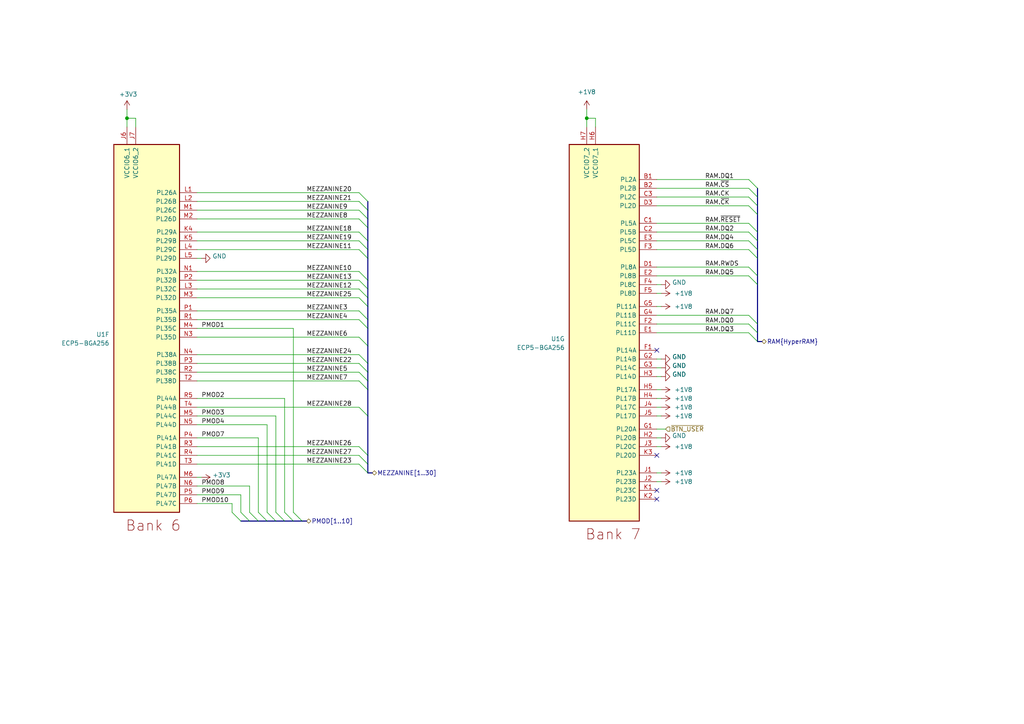
<source format=kicad_sch>
(kicad_sch (version 20230121) (generator eeschema)
  (paper "A4")
  (title_block (title "URTI Mainboard") (date "${DATE}") (rev "${VERSION}") (company "Copyright 2023 Great Scott Gadgets") (comment 1 "Licensed under the CERN-OHL-P v2"))
  (lib_symbols
    (symbol "fpgas_and_processors:ECP5-BGA256" (pin_names (offset 0.762))
      (property "Reference" "U" (at -2.54 1.27 0))
      (property "Value" "ECP5-BGA256" (at 10.16 1.27 0))
      (symbol "ECP5-BGA256_1_0"
        (rectangle (start 5.08 0) (end 33.02 -71.12) (stroke (width 0.3048)) (fill (type background)))
      )
      (symbol "ECP5-BGA256_1_1"
        (text "FPGA Supplies" (at 19.05 -76.2 0) (effects (font (size 2.9972 2.9972))))
        (pin power_in line (at 38.1 -2.54 180) (length 5.08) (name "GND_1") (number "A1"))
        (pin power_in line (at 38.1 -5.08 180) (length 5.08) (name "GND_2") (number "A16"))
        (pin power_in line (at 38.1 -10.16 180) (length 5.08) (name "GND_4") (number "D15"))
        (pin power_in line (at 38.1 -7.62 180) (length 5.08) (name "GND_3") (number "D2"))
        (pin power_in line (at 38.1 -12.7 180) (length 5.08) (name "GND_5") (number "F8"))
        (pin power_in line (at 38.1 -15.24 180) (length 5.08) (name "GND_6") (number "F9"))
        (pin power_in line (at 38.1 -20.32 180) (length 5.08) (name "GND_8") (number "G10"))
        (pin power_in line (at 0 -66.04 0) (length 5.08) (name "VCCAUX_1") (number "G11"))
        (pin power_in line (at 0 -2.54 0) (length 5.08) (name "VCC_1") (number "G6"))
        (pin power_in line (at 0 -5.08 0) (length 5.08) (name "VCC_2") (number "G7"))
        (pin power_in line (at 38.1 -17.78 180) (length 5.08) (name "GND_7") (number "G8"))
        (pin power_in line (at 0 -7.62 0) (length 5.08) (name "VCC_3") (number "G9"))
        (pin power_in line (at 38.1 -22.86 180) (length 5.08) (name "GND_9") (number "H1"))
        (pin power_in line (at 38.1 -30.48 180) (length 5.08) (name "GND_12") (number "H10"))
        (pin power_in line (at 38.1 -33.02 180) (length 5.08) (name "GND_13") (number "H16"))
        (pin power_in line (at 38.1 -25.4 180) (length 5.08) (name "GND_10") (number "H8"))
        (pin power_in line (at 38.1 -27.94 180) (length 5.08) (name "GND_11") (number "H9"))
        (pin power_in line (at 38.1 -40.64 180) (length 5.08) (name "GND_16") (number "J10"))
        (pin power_in line (at 38.1 -35.56 180) (length 5.08) (name "GND_14") (number "J8"))
        (pin power_in line (at 38.1 -38.1 180) (length 5.08) (name "GND_15") (number "J9"))
        (pin power_in line (at 38.1 -53.34 180) (length 5.08) (name "GND_21") (number "K10"))
        (pin power_in line (at 38.1 -43.18 180) (length 5.08) (name "GND_17") (number "K6"))
        (pin power_in line (at 38.1 -45.72 180) (length 5.08) (name "GND_18") (number "K7"))
        (pin power_in line (at 38.1 -48.26 180) (length 5.08) (name "GND_19") (number "K8"))
        (pin power_in line (at 38.1 -50.8 180) (length 5.08) (name "GND_20") (number "K9"))
        (pin power_in line (at 0 -15.24 0) (length 5.08) (name "VCC_6") (number "L10"))
        (pin power_in line (at 0 -68.58 0) (length 5.08) (name "VCCAUX_2") (number "L7"))
        (pin power_in line (at 0 -10.16 0) (length 5.08) (name "VCC_4") (number "L8"))
        (pin power_in line (at 0 -12.7 0) (length 5.08) (name "VCC_5") (number "L9"))
        (pin power_in line (at 38.1 -58.42 180) (length 5.08) (name "GND_23") (number "N15"))
        (pin power_in line (at 38.1 -55.88 180) (length 5.08) (name "GND_22") (number "N2"))
        (pin power_in line (at 38.1 -60.96 180) (length 5.08) (name "GND_24") (number "T1"))
        (pin power_in line (at 38.1 -66.04 180) (length 5.08) (name "GND_26") (number "T12"))
        (pin power_in line (at 38.1 -68.58 180) (length 5.08) (name "GND_27") (number "T16"))
        (pin power_in line (at 38.1 -63.5 180) (length 5.08) (name "GND_25") (number "T5"))
      )
      (symbol "ECP5-BGA256_2_1"
        (rectangle (start 0 0) (end 19.05 -74.93) (stroke (width 0.3048)) (fill (type background)))
        (text "Bank 0" (at 10.16 -78.74 0) (effects (font (size 2.9972 2.9972))))
        (pin bidirectional line (at 24.13 -11.43 180) (length 5.08) (name "PT4A") (number "A2"))
        (pin bidirectional line (at 24.13 -16.51 180) (length 5.08) (name "PT6A") (number "A3"))
        (pin bidirectional line (at 24.13 -19.05 180) (length 5.08) (name "PT6B") (number "A4"))
        (pin bidirectional line (at 24.13 -43.18 180) (length 5.08) (name "PT18A") (number "A5"))
        (pin bidirectional line (at 24.13 -45.72 180) (length 5.08) (name "PT18B") (number "A6"))
        (pin bidirectional line (at 24.13 -68.58 180) (length 5.08) (name "PT29A") (number "A7"))
        (pin bidirectional line (at 24.13 -71.12 180) (length 5.08) (name "PT29B") (number "A8"))
        (pin bidirectional line (at 24.13 -13.97 180) (length 5.08) (name "PT4B") (number "B3"))
        (pin bidirectional line (at 24.13 -29.21 180) (length 5.08) (name "PT11B") (number "B4"))
        (pin bidirectional line (at 24.13 -39.37 180) (length 5.08) (name "PT15B") (number "B5"))
        (pin bidirectional line (at 24.13 -55.88 180) (length 5.08) (name "PT22B") (number "B6"))
        (pin bidirectional line (at 24.13 -66.04 180) (length 5.08) (name "PT27B") (number "B7"))
        (pin bidirectional line (at 24.13 -26.67 180) (length 5.08) (name "PT11A") (number "C4"))
        (pin bidirectional line (at 24.13 -36.83 180) (length 5.08) (name "PT15A") (number "C5"))
        (pin bidirectional line (at 24.13 -53.34 180) (length 5.08) (name "PT22A") (number "C6"))
        (pin bidirectional line (at 24.13 -63.5 180) (length 5.08) (name "PT27A") (number "C7"))
        (pin bidirectional line (at 24.13 -24.13 180) (length 5.08) (name "PT9B") (number "D4"))
        (pin bidirectional line (at 24.13 -34.29 180) (length 5.08) (name "PT13B") (number "D5"))
        (pin bidirectional line (at 24.13 -50.8 180) (length 5.08) (name "PT20B") (number "D6"))
        (pin bidirectional line (at 24.13 -60.96 180) (length 5.08) (name "PT24B") (number "D7"))
        (pin bidirectional line (at 24.13 -21.59 180) (length 5.08) (name "PT9A") (number "E4"))
        (pin bidirectional line (at 24.13 -31.75 180) (length 5.08) (name "PT13A") (number "E5"))
        (pin bidirectional line (at 24.13 -48.26 180) (length 5.08) (name "PT20A") (number "E6"))
        (pin bidirectional line (at 24.13 -58.42 180) (length 5.08) (name "PT24A") (number "E7"))
        (pin power_in line (at 7.62 5.08 270) (length 5.08) (name "VCCIO0_1") (number "F6"))
        (pin power_in line (at 5.08 5.08 270) (length 5.08) (name "VCCIO0_2") (number "F7"))
      )
      (symbol "ECP5-BGA256_3_0"
        (rectangle (start 0 0) (end 21.59 -93.98) (stroke (width 0.3048)) (fill (type background)))
      )
      (symbol "ECP5-BGA256_3_1"
        (text "Bank 1" (at 8.89 -96.52 0) (effects (font (size 2.9972 2.9972))))
        (pin bidirectional line (at 26.67 -34.29 180) (length 5.08) (name "PT42B") (number "A10"))
        (pin bidirectional line (at 26.67 -57.15 180) (length 5.08) (name "PT53A") (number "A11"))
        (pin bidirectional line (at 26.67 -59.69 180) (length 5.08) (name "PT53B") (number "A12"))
        (pin bidirectional line (at 26.67 -82.55 180) (length 5.08) (name "PT65A") (number "A13"))
        (pin bidirectional line (at 26.67 -85.09 180) (length 5.08) (name "PT65B") (number "A14"))
        (pin bidirectional line (at 26.67 -90.17 180) (length 5.08) (name "PT67B") (number "A15"))
        (pin bidirectional line (at 26.67 -31.75 180) (length 5.08) (name "PT42A") (number "A9"))
        (pin bidirectional line (at 26.67 -36.83 180) (length 5.08) (name "PT44A") (number "B10"))
        (pin bidirectional line (at 26.67 -46.99 180) (length 5.08) (name "PT49A") (number "B11"))
        (pin bidirectional line (at 26.67 -62.23 180) (length 5.08) (name "PT56A") (number "B12"))
        (pin bidirectional line (at 26.67 -72.39 180) (length 5.08) (name "PT60A") (number "B13"))
        (pin bidirectional line (at 26.67 -87.63 180) (length 5.08) (name "PT67A") (number "B14"))
        (pin bidirectional line (at 26.67 -19.05 180) (length 5.08) (name "PT35B") (number "B8"))
        (pin bidirectional line (at 26.67 -21.59 180) (length 5.08) (name "PT38A") (number "B9"))
        (pin bidirectional line (at 26.67 -39.37 180) (length 5.08) (name "PT44B") (number "C10"))
        (pin bidirectional line (at 26.67 -49.53 180) (length 5.08) (name "PT49B") (number "C11"))
        (pin bidirectional line (at 26.67 -64.77 180) (length 5.08) (name "PT56B") (number "C12"))
        (pin bidirectional line (at 26.67 -74.93 180) (length 5.08) (name "PT60B") (number "C13"))
        (pin bidirectional line (at 26.67 -16.51 180) (length 5.08) (name "PT35A") (number "C8"))
        (pin bidirectional line (at 26.67 -24.13 180) (length 5.08) (name "PT38B") (number "C9"))
        (pin bidirectional line (at 26.67 -41.91 180) (length 5.08) (name "PT47A") (number "D10"))
        (pin bidirectional line (at 26.67 -52.07 180) (length 5.08) (name "PT51A") (number "D11"))
        (pin bidirectional line (at 26.67 -67.31 180) (length 5.08) (name "PT58A") (number "D12"))
        (pin bidirectional line (at 26.67 -77.47 180) (length 5.08) (name "PT62A") (number "D13"))
        (pin bidirectional line (at 26.67 -13.97 180) (length 5.08) (name "PT33B") (number "D8"))
        (pin bidirectional line (at 26.67 -26.67 180) (length 5.08) (name "PT40A") (number "D9"))
        (pin bidirectional line (at 26.67 -44.45 180) (length 5.08) (name "PT47B") (number "E10"))
        (pin bidirectional line (at 26.67 -54.61 180) (length 5.08) (name "PT51B") (number "E11"))
        (pin bidirectional line (at 26.67 -69.85 180) (length 5.08) (name "PT58B") (number "E12"))
        (pin bidirectional line (at 26.67 -80.01 180) (length 5.08) (name "PT62B") (number "E13"))
        (pin bidirectional line (at 26.67 -11.43 180) (length 5.08) (name "PT33A") (number "E8"))
        (pin bidirectional line (at 26.67 -29.21 180) (length 5.08) (name "PT40B") (number "E9"))
        (pin power_in line (at 6.35 5.08 270) (length 5.08) (name "VCCIO1_1") (number "F10"))
        (pin power_in line (at 3.81 5.08 270) (length 5.08) (name "VCCIO1_2") (number "F11"))
      )
      (symbol "ECP5-BGA256_4_1"
        (rectangle (start 0 0) (end 19.05 -93.98) (stroke (width 0.3048)) (fill (type background)))
        (text "Bank 2" (at 10.16 -97.79 0) (effects (font (size 2.9972 2.9972))))
        (pin bidirectional line (at 24.13 -13.97 180) (length 5.08) (name "PR2B") (number "B15"))
        (pin bidirectional line (at 24.13 -11.43 180) (length 5.08) (name "PR2A") (number "B16"))
        (pin bidirectional line (at 24.13 -16.51 180) (length 5.08) (name "PR2C") (number "C14"))
        (pin bidirectional line (at 24.13 -24.13 180) (length 5.08) (name "PR5B") (number "C15"))
        (pin bidirectional line (at 24.13 -21.59 180) (length 5.08) (name "PR5A") (number "C16"))
        (pin bidirectional line (at 24.13 -19.05 180) (length 5.08) (name "PR2D") (number "D14"))
        (pin bidirectional line (at 24.13 -31.75 180) (length 5.08) (name "PR8A") (number "D16"))
        (pin bidirectional line (at 24.13 -26.67 180) (length 5.08) (name "PR5C") (number "E14"))
        (pin bidirectional line (at 24.13 -34.29 180) (length 5.08) (name "PR8B") (number "E15"))
        (pin bidirectional line (at 24.13 -49.53 180) (length 5.08) (name "PR11D") (number "E16"))
        (pin bidirectional line (at 24.13 -39.37 180) (length 5.08) (name "PR8D") (number "F12"))
        (pin bidirectional line (at 24.13 -36.83 180) (length 5.08) (name "PR8C") (number "F13"))
        (pin bidirectional line (at 24.13 -29.21 180) (length 5.08) (name "PR5D") (number "F14"))
        (pin bidirectional line (at 24.13 -46.99 180) (length 5.08) (name "PR11C") (number "F15"))
        (pin bidirectional line (at 24.13 -52.07 180) (length 5.08) (name "PR14A") (number "F16"))
        (pin bidirectional line (at 24.13 -41.91 180) (length 5.08) (name "PR11A") (number "G12"))
        (pin bidirectional line (at 24.13 -44.45 180) (length 5.08) (name "PR11B") (number "G13"))
        (pin bidirectional line (at 24.13 -57.15 180) (length 5.08) (name "PR14C") (number "G14"))
        (pin bidirectional line (at 24.13 -54.61 180) (length 5.08) (name "PR14B") (number "G15"))
        (pin bidirectional line (at 24.13 -72.39 180) (length 5.08) (name "PR20A") (number "G16"))
        (pin power_in line (at 3.81 5.08 270) (length 5.08) (name "VCCIO2_1") (number "H11"))
        (pin bidirectional line (at 24.13 -62.23 180) (length 5.08) (name "PR17A") (number "H12"))
        (pin bidirectional line (at 24.13 -64.77 180) (length 5.08) (name "PR17B") (number "H13"))
        (pin bidirectional line (at 24.13 -59.69 180) (length 5.08) (name "PR14D") (number "H14"))
        (pin bidirectional line (at 24.13 -74.93 180) (length 5.08) (name "PR20B") (number "H15"))
        (pin power_in line (at 6.35 5.08 270) (length 5.08) (name "VCCIO2_2") (number "J11"))
        (pin bidirectional line (at 24.13 -69.85 180) (length 5.08) (name "PR17D") (number "J12"))
        (pin bidirectional line (at 24.13 -67.31 180) (length 5.08) (name "PR17C") (number "J13"))
        (pin bidirectional line (at 24.13 -77.47 180) (length 5.08) (name "PR20C") (number "J14"))
        (pin bidirectional line (at 24.13 -85.09 180) (length 5.08) (name "PR23B") (number "J15"))
        (pin bidirectional line (at 24.13 -82.55 180) (length 5.08) (name "PR23A") (number "J16"))
        (pin bidirectional line (at 24.13 -80.01 180) (length 5.08) (name "PR20D") (number "K14"))
        (pin bidirectional line (at 24.13 -90.17 180) (length 5.08) (name "PR23D") (number "K15"))
        (pin bidirectional line (at 24.13 -87.63 180) (length 5.08) (name "PR23C") (number "K16"))
      )
      (symbol "ECP5-BGA256_5_0"
        (rectangle (start 0 0) (end 20.32 -91.44) (stroke (width 0.3048)) (fill (type background)))
      )
      (symbol "ECP5-BGA256_5_1"
        (text "Bank 3" (at 15.24 -96.52 0) (effects (font (size 2.9972 2.9972))))
        (pin power_in line (at 3.81 5.08 270) (length 5.08) (name "VCCIO3_1") (number "K11"))
        (pin bidirectional line (at 25.4 -22.86 180) (length 5.08) (name "PR29B") (number "K12"))
        (pin bidirectional line (at 25.4 -20.32 180) (length 5.08) (name "PR29A") (number "K13"))
        (pin power_in line (at 6.35 5.08 270) (length 5.08) (name "VCCIO3_2") (number "L11"))
        (pin bidirectional line (at 25.4 -27.94 180) (length 5.08) (name "PR29D") (number "L12"))
        (pin bidirectional line (at 25.4 -25.4 180) (length 5.08) (name "PR29C") (number "L13"))
        (pin bidirectional line (at 25.4 -35.56 180) (length 5.08) (name "PR32C") (number "L14"))
        (pin bidirectional line (at 25.4 -12.7 180) (length 5.08) (name "PR26B") (number "L15"))
        (pin bidirectional line (at 25.4 -10.16 180) (length 5.08) (name "PR26A") (number "L16"))
        (pin bidirectional line (at 25.4 -81.28 180) (length 5.08) (name "PR47A") (number "M11"))
        (pin bidirectional line (at 25.4 -76.2 180) (length 5.08) (name "PR44C") (number "M12"))
        (pin bidirectional line (at 25.4 -45.72 180) (length 5.08) (name "PR35C") (number "M13"))
        (pin bidirectional line (at 25.4 -38.1 180) (length 5.08) (name "PR32D") (number "M14"))
        (pin bidirectional line (at 25.4 -17.78 180) (length 5.08) (name "PR26D") (number "M15"))
        (pin bidirectional line (at 25.4 -15.24 180) (length 5.08) (name "PR26C") (number "M16"))
        (pin bidirectional line (at 25.4 -83.82 180) (length 5.08) (name "PR47B") (number "N11"))
        (pin bidirectional line (at 25.4 -78.74 180) (length 5.08) (name "PR44D") (number "N12"))
        (pin bidirectional line (at 25.4 -50.8 180) (length 5.08) (name "PR38A") (number "N13"))
        (pin bidirectional line (at 25.4 -48.26 180) (length 5.08) (name "PR35D") (number "N14"))
        (pin bidirectional line (at 25.4 -30.48 180) (length 5.08) (name "PR32A") (number "N16"))
        (pin bidirectional line (at 25.4 -86.36 180) (length 5.08) (name "PR47C") (number "P11"))
        (pin bidirectional line (at 25.4 -88.9 180) (length 5.08) (name "PR47D") (number "P12"))
        (pin bidirectional line (at 25.4 -60.96 180) (length 5.08) (name "PR41A") (number "P13"))
        (pin bidirectional line (at 25.4 -53.34 180) (length 5.08) (name "PR38B") (number "P14"))
        (pin bidirectional line (at 25.4 -33.02 180) (length 5.08) (name "PR32B") (number "P15"))
        (pin bidirectional line (at 25.4 -40.64 180) (length 5.08) (name "PR35A") (number "P16"))
        (pin bidirectional line (at 25.4 -71.12 180) (length 5.08) (name "PR44A") (number "R12"))
        (pin bidirectional line (at 25.4 -66.04 180) (length 5.08) (name "PR41C") (number "R13"))
        (pin bidirectional line (at 25.4 -63.5 180) (length 5.08) (name "PR41B") (number "R14"))
        (pin bidirectional line (at 25.4 -55.88 180) (length 5.08) (name "PR38C") (number "R15"))
        (pin bidirectional line (at 25.4 -43.18 180) (length 5.08) (name "PR35B") (number "R16"))
        (pin bidirectional line (at 25.4 -73.66 180) (length 5.08) (name "PR44B") (number "T13"))
        (pin bidirectional line (at 25.4 -68.58 180) (length 5.08) (name "PR41D") (number "T14"))
        (pin bidirectional line (at 25.4 -58.42 180) (length 5.08) (name "PR38D") (number "T15"))
      )
      (symbol "ECP5-BGA256_6_1"
        (rectangle (start 0 0) (end 19.05 -106.68) (stroke (width 0.3048)) (fill (type background)))
        (text "Bank 6" (at 11.43 -110.49 0) (effects (font (size 2.9972 2.9972))))
        (pin power_in line (at 3.81 5.08 270) (length 5.08) (name "VCCIO6_1") (number "J6"))
        (pin power_in line (at 6.35 5.08 270) (length 5.08) (name "VCCIO6_2") (number "J7"))
        (pin bidirectional line (at 24.13 -25.4 180) (length 5.08) (name "PL29A") (number "K4"))
        (pin bidirectional line (at 24.13 -27.94 180) (length 5.08) (name "PL29B") (number "K5"))
        (pin bidirectional line (at 24.13 -13.97 180) (length 5.08) (name "PL26A") (number "L1"))
        (pin bidirectional line (at 24.13 -16.51 180) (length 5.08) (name "PL26B") (number "L2"))
        (pin bidirectional line (at 24.13 -41.91 180) (length 5.08) (name "PL32C") (number "L3"))
        (pin bidirectional line (at 24.13 -30.48 180) (length 5.08) (name "PL29C") (number "L4"))
        (pin bidirectional line (at 24.13 -33.02 180) (length 5.08) (name "PL29D") (number "L5"))
        (pin bidirectional line (at 24.13 -19.05 180) (length 5.08) (name "PL26C") (number "M1"))
        (pin bidirectional line (at 24.13 -21.59 180) (length 5.08) (name "PL26D") (number "M2"))
        (pin bidirectional line (at 24.13 -44.45 180) (length 5.08) (name "PL32D") (number "M3"))
        (pin bidirectional line (at 24.13 -53.34 180) (length 5.08) (name "PL35C") (number "M4"))
        (pin bidirectional line (at 24.13 -78.74 180) (length 5.08) (name "PL44C") (number "M5"))
        (pin bidirectional line (at 24.13 -96.52 180) (length 5.08) (name "PL47A") (number "M6"))
        (pin bidirectional line (at 24.13 -36.83 180) (length 5.08) (name "PL32A") (number "N1"))
        (pin bidirectional line (at 24.13 -55.88 180) (length 5.08) (name "PL35D") (number "N3"))
        (pin bidirectional line (at 24.13 -60.96 180) (length 5.08) (name "PL38A") (number "N4"))
        (pin bidirectional line (at 24.13 -81.28 180) (length 5.08) (name "PL44D") (number "N5"))
        (pin bidirectional line (at 24.13 -99.06 180) (length 5.08) (name "PL47B") (number "N6"))
        (pin bidirectional line (at 24.13 -48.26 180) (length 5.08) (name "PL35A") (number "P1"))
        (pin bidirectional line (at 24.13 -39.37 180) (length 5.08) (name "PL32B") (number "P2"))
        (pin bidirectional line (at 24.13 -63.5 180) (length 5.08) (name "PL38B") (number "P3"))
        (pin bidirectional line (at 24.13 -85.09 180) (length 5.08) (name "PL41A") (number "P4"))
        (pin bidirectional line (at 24.13 -101.6 180) (length 5.08) (name "PL47D") (number "P5"))
        (pin bidirectional line (at 24.13 -104.14 180) (length 5.08) (name "PL47C") (number "P6"))
        (pin bidirectional line (at 24.13 -50.8 180) (length 5.08) (name "PL35B") (number "R1"))
        (pin bidirectional line (at 24.13 -66.04 180) (length 5.08) (name "PL38C") (number "R2"))
        (pin bidirectional line (at 24.13 -87.63 180) (length 5.08) (name "PL41B") (number "R3"))
        (pin bidirectional line (at 24.13 -90.17 180) (length 5.08) (name "PL41C") (number "R4"))
        (pin bidirectional line (at 24.13 -73.66 180) (length 5.08) (name "PL44A") (number "R5"))
        (pin bidirectional line (at 24.13 -68.58 180) (length 5.08) (name "PL38D") (number "T2"))
        (pin bidirectional line (at 24.13 -92.71 180) (length 5.08) (name "PL41D") (number "T3"))
        (pin bidirectional line (at 24.13 -76.2 180) (length 5.08) (name "PL44B") (number "T4"))
      )
      (symbol "ECP5-BGA256_7_1"
        (rectangle (start 0 0) (end 20.32 -109.22) (stroke (width 0.3048)) (fill (type background)))
        (text "Bank 7" (at 12.7 -113.03 0) (effects (font (size 2.9972 2.9972))))
        (pin bidirectional line (at 25.4 -10.16 180) (length 5.08) (name "PL2A") (number "B1"))
        (pin bidirectional line (at 25.4 -12.7 180) (length 5.08) (name "PL2B") (number "B2"))
        (pin bidirectional line (at 25.4 -22.86 180) (length 5.08) (name "PL5A") (number "C1"))
        (pin bidirectional line (at 25.4 -25.4 180) (length 5.08) (name "PL5B") (number "C2"))
        (pin bidirectional line (at 25.4 -15.24 180) (length 5.08) (name "PL2C") (number "C3"))
        (pin bidirectional line (at 25.4 -35.56 180) (length 5.08) (name "PL8A") (number "D1"))
        (pin bidirectional line (at 25.4 -17.78 180) (length 5.08) (name "PL2D") (number "D3"))
        (pin bidirectional line (at 25.4 -54.61 180) (length 5.08) (name "PL11D") (number "E1"))
        (pin bidirectional line (at 25.4 -38.1 180) (length 5.08) (name "PL8B") (number "E2"))
        (pin bidirectional line (at 25.4 -27.94 180) (length 5.08) (name "PL5C") (number "E3"))
        (pin bidirectional line (at 25.4 -59.69 180) (length 5.08) (name "PL14A") (number "F1"))
        (pin bidirectional line (at 25.4 -52.07 180) (length 5.08) (name "PL11C") (number "F2"))
        (pin bidirectional line (at 25.4 -30.48 180) (length 5.08) (name "PL5D") (number "F3"))
        (pin bidirectional line (at 25.4 -40.64 180) (length 5.08) (name "PL8C") (number "F4"))
        (pin bidirectional line (at 25.4 -43.18 180) (length 5.08) (name "PL8D") (number "F5"))
        (pin bidirectional line (at 25.4 -82.55 180) (length 5.08) (name "PL20A") (number "G1"))
        (pin bidirectional line (at 25.4 -62.23 180) (length 5.08) (name "PL14B") (number "G2"))
        (pin bidirectional line (at 25.4 -64.77 180) (length 5.08) (name "PL14C") (number "G3"))
        (pin bidirectional line (at 25.4 -49.53 180) (length 5.08) (name "PL11B") (number "G4"))
        (pin bidirectional line (at 25.4 -46.99 180) (length 5.08) (name "PL11A") (number "G5"))
        (pin bidirectional line (at 25.4 -85.09 180) (length 5.08) (name "PL20B") (number "H2"))
        (pin bidirectional line (at 25.4 -67.31 180) (length 5.08) (name "PL14D") (number "H3"))
        (pin bidirectional line (at 25.4 -73.66 180) (length 5.08) (name "PL17B") (number "H4"))
        (pin bidirectional line (at 25.4 -71.12 180) (length 5.08) (name "PL17A") (number "H5"))
        (pin power_in line (at 7.62 5.08 270) (length 5.08) (name "VCCIO7_1") (number "H6"))
        (pin power_in line (at 5.08 5.08 270) (length 5.08) (name "VCCIO7_2") (number "H7"))
        (pin bidirectional line (at 25.4 -95.25 180) (length 5.08) (name "PL23A") (number "J1"))
        (pin bidirectional line (at 25.4 -97.79 180) (length 5.08) (name "PL23B") (number "J2"))
        (pin bidirectional line (at 25.4 -87.63 180) (length 5.08) (name "PL20C") (number "J3"))
        (pin bidirectional line (at 25.4 -76.2 180) (length 5.08) (name "PL17C") (number "J4"))
        (pin bidirectional line (at 25.4 -78.74 180) (length 5.08) (name "PL17D") (number "J5"))
        (pin bidirectional line (at 25.4 -100.33 180) (length 5.08) (name "PL23C") (number "K1"))
        (pin bidirectional line (at 25.4 -102.87 180) (length 5.08) (name "PL23D") (number "K2"))
        (pin bidirectional line (at 25.4 -90.17 180) (length 5.08) (name "PL20D") (number "K3"))
      )
      (symbol "ECP5-BGA256_8_0"
        (text "(Config)" (at 13.97 -97.79 0) (effects (font (size 2.9972 2.9972))))
        (text "Bank 8" (at 13.97 -92.71 0) (effects (font (size 2.9972 2.9972))))
      )
      (symbol "ECP5-BGA256_8_1"
        (rectangle (start 0 0) (end 21.59 -88.9) (stroke (width 0.3048)) (fill (type background)))
        (pin power_in line (at 5.08 5.08 270) (length 5.08) (name "VCCIO8") (number "L6"))
        (pin output line (at 26.67 -57.15 180) (length 5.08) (name "TDO") (number "M10"))
        (pin bidirectional line (at 26.67 -24.13 180) (length 5.08) (name "D2/PB9B") (number "M7"))
        (pin bidirectional line (at 26.67 -39.37 180) (length 5.08) (name "DOUT/CSON/PB15B") (number "M8"))
        (pin bidirectional line (at 26.67 -41.91 180) (length 5.08) (name "WRITEEN/PB18A") (number "M9"))
        (pin input line (at 26.67 -68.58 180) (length 5.08) (name "CFG_0") (number "N10"))
        (pin bidirectional line (at 26.67 -21.59 180) (length 5.08) (name "D3/PB9A") (number "N7"))
        (pin bidirectional line (at 26.67 -36.83 180) (length 5.08) (name "HOLDN/DI/PB15A") (number "N8"))
        (pin bidirectional line (at 26.67 -63.5 180) (length 5.08) (name "MCLK/SCLK/CCLK") (number "N9"))
        (pin input line (at 26.67 -71.12 180) (length 5.08) (name "CFG_1") (number "P10"))
        (pin bidirectional line (at 26.67 -19.05 180) (length 5.08) (name "D4/PICO2/PB6B") (number "P7"))
        (pin bidirectional line (at 26.67 -34.29 180) (length 5.08) (name "CS1N/PB13B") (number "P8"))
        (pin bidirectional line (at 26.67 -80.01 180) (length 5.08) (name "DONE") (number "P9"))
        (pin input line (at 26.67 -73.66 180) (length 5.08) (name "CFG_2") (number "R10"))
        (pin input line (at 26.67 -54.61 180) (length 5.08) (name "TDI") (number "R11"))
        (pin bidirectional line (at 26.67 -13.97 180) (length 5.08) (name "D6/PB4B") (number "R6"))
        (pin bidirectional line (at 26.67 -16.51 180) (length 5.08) (name "D5/POCI2/PB6A") (number "R7"))
        (pin bidirectional line (at 26.67 -31.75 180) (length 5.08) (name "SN/CSN/PB13A") (number "R8"))
        (pin bidirectional line (at 26.67 -85.09 180) (length 5.08) (name "PROGRAMN") (number "R9"))
        (pin input line (at 26.67 -52.07 180) (length 5.08) (name "TCK") (number "T10"))
        (pin input line (at 26.67 -49.53 180) (length 5.08) (name "TMS") (number "T11"))
        (pin bidirectional line (at 26.67 -11.43 180) (length 5.08) (name "D7/PB4A") (number "T6"))
        (pin bidirectional line (at 26.67 -26.67 180) (length 5.08) (name "D1/POCI/PB11A") (number "T7"))
        (pin bidirectional line (at 26.67 -29.21 180) (length 5.08) (name "D0/PICO/PB11B") (number "T8"))
        (pin bidirectional line (at 26.67 -82.55 180) (length 5.08) (name "INITN") (number "T9"))
      )
    )
    (symbol "power:+1V8" (power) (pin_names (offset 0))
      (property "Value" "+1V8" (at 0 3.556 0))
      (symbol "+1V8_0_1"
        (polyline (pts (xy -0.762 1.27) (xy 0 2.54)))
        (polyline (pts (xy 0 0) (xy 0 2.54)))
        (polyline (pts (xy 0 2.54) (xy 0.762 1.27)))
      )
      (symbol "+1V8_1_1"
        (pin power_in line (at 0 0 90) (length 0) hide (name "+1V8") (number "1"))
      )
    )
    (symbol "power:+3V3" (power) (pin_names (offset 0))
      (property "Value" "+3V3" (at 0 3.556 0))
      (symbol "+3V3_0_1"
        (polyline (pts (xy -0.762 1.27) (xy 0 2.54)))
        (polyline (pts (xy 0 0) (xy 0 2.54)))
        (polyline (pts (xy 0 2.54) (xy 0.762 1.27)))
      )
      (symbol "+3V3_1_1"
        (pin power_in line (at 0 0 90) (length 0) hide (name "+3V3") (number "1"))
      )
    )
    (symbol "power:GND" (power) (pin_names (offset 0))
      (property "Value" "GND" (at 0 -3.81 0))
      (symbol "GND_0_1"
        (polyline (pts (xy 0 0) (xy 0 -1.27) (xy 1.27 -1.27) (xy 0 -2.54) (xy -1.27 -1.27) (xy 0 -1.27)))
      )
      (symbol "GND_1_1"
        (pin power_in line (at 0 0 270) (length 0) hide (name "GND") (number "1"))
      )
    )
  )
  (junction (at 36.83 34.29))
  (junction (at 170.18 34.29))
  (no_connect (at 190.5 132.08))
  (no_connect (at 190.5 144.78))
  (no_connect (at 190.5 101.6))
  (no_connect (at 190.5 142.24))
  (bus_entry (at 106.68 105.41) (size -2.54 -2.54))
  (bus_entry (at 217.17 72.39) (size 2.54 2.54))
  (bus_entry (at 106.68 100.33) (size -2.54 -2.54))
  (bus_entry (at 104.14 67.31) (size 2.54 2.54))
  (bus_entry (at 217.17 93.98) (size 2.54 2.54))
  (bus_entry (at 106.68 110.49) (size -2.54 -2.54))
  (bus_entry (at 217.17 69.85) (size 2.54 2.54))
  (bus_entry (at 80.01 151.13) (size -2.54 -2.54))
  (bus_entry (at 106.68 63.5) (size -2.54 -2.54))
  (bus_entry (at 74.93 151.13) (size -2.54 -2.54))
  (bus_entry (at 106.68 134.62) (size -2.54 -2.54))
  (bus_entry (at 85.09 151.13) (size -2.54 -2.54))
  (bus_entry (at 72.39 151.13) (size -2.54 -2.54))
  (bus_entry (at 106.68 60.96) (size -2.54 -2.54))
  (bus_entry (at 69.85 151.13) (size -2.54 -2.54))
  (bus_entry (at 217.17 77.47) (size 2.54 2.54))
  (bus_entry (at 106.68 92.71) (size -2.54 -2.54))
  (bus_entry (at 106.68 72.39) (size -2.54 -2.54))
  (bus_entry (at 106.68 113.03) (size -2.54 -2.54))
  (bus_entry (at 217.17 67.31) (size 2.54 2.54))
  (bus_entry (at 217.17 80.01) (size 2.54 2.54))
  (bus_entry (at 106.68 74.93) (size -2.54 -2.54))
  (bus_entry (at 104.14 63.5) (size 2.54 2.54))
  (bus_entry (at 106.68 58.42) (size -2.54 -2.54))
  (bus_entry (at 217.17 64.77) (size 2.54 2.54))
  (bus_entry (at 106.68 88.9) (size -2.54 -2.54))
  (bus_entry (at 106.68 83.82) (size -2.54 -2.54))
  (bus_entry (at 217.17 52.07) (size 2.54 2.54))
  (bus_entry (at 106.68 120.65) (size -2.54 -2.54))
  (bus_entry (at 217.17 59.69) (size 2.54 2.54))
  (bus_entry (at 106.68 81.28) (size -2.54 -2.54))
  (bus_entry (at 106.68 107.95) (size -2.54 -2.54))
  (bus_entry (at 106.68 137.16) (size -2.54 -2.54))
  (bus_entry (at 77.47 151.13) (size -2.54 -2.54))
  (bus_entry (at 106.68 86.36) (size -2.54 -2.54))
  (bus_entry (at 82.55 151.13) (size -2.54 -2.54))
  (bus_entry (at 87.63 151.13) (size -2.54 -2.54))
  (bus_entry (at 106.68 95.25) (size -2.54 -2.54))
  (bus_entry (at 217.17 96.52) (size 2.54 2.54))
  (bus_entry (at 217.17 54.61) (size 2.54 2.54))
  (bus_entry (at 106.68 132.08) (size -2.54 -2.54))
  (bus_entry (at 217.17 91.44) (size 2.54 2.54))
  (bus_entry (at 217.17 57.15) (size 2.54 2.54))
  (bus (pts (xy 77.47 151.13) (xy 80.01 151.13)))
  (wire (pts (xy 190.5 104.14) (xy 191.77 104.14)))
  (wire (pts (xy 69.85 143.51) (xy 69.85 148.59)))
  (bus (pts (xy 219.71 74.93) (xy 219.71 80.01)))
  (wire (pts (xy 190.5 85.09) (xy 191.77 85.09)))
  (wire (pts (xy 190.5 57.15) (xy 217.17 57.15)))
  (wire (pts (xy 190.5 109.22) (xy 191.77 109.22)))
  (wire (pts (xy 170.18 34.29) (xy 172.72 34.29)))
  (wire (pts (xy 57.15 97.79) (xy 104.14 97.79)))
  (wire (pts (xy 57.15 120.65) (xy 80.01 120.65)))
  (wire (pts (xy 57.15 67.31) (xy 104.14 67.31)))
  (bus (pts (xy 74.93 151.13) (xy 77.47 151.13)))
  (wire (pts (xy 57.15 138.43) (xy 58.42 138.43)))
  (wire (pts (xy 57.15 83.82) (xy 104.14 83.82)))
  (bus (pts (xy 106.68 120.65) (xy 106.68 132.08)))
  (bus (pts (xy 219.71 93.98) (xy 219.71 96.52)))
  (wire (pts (xy 57.15 58.42) (xy 104.14 58.42)))
  (wire (pts (xy 190.5 127) (xy 191.77 127)))
  (wire (pts (xy 190.5 113.03) (xy 191.77 113.03)))
  (wire (pts (xy 82.55 115.57) (xy 82.55 148.59)))
  (wire (pts (xy 190.5 120.65) (xy 191.77 120.65)))
  (bus (pts (xy 219.71 62.23) (xy 219.71 67.31)))
  (wire (pts (xy 190.5 77.47) (xy 217.17 77.47)))
  (wire (pts (xy 57.15 134.62) (xy 104.14 134.62)))
  (wire (pts (xy 57.15 118.11) (xy 104.14 118.11)))
  (wire (pts (xy 57.15 81.28) (xy 104.14 81.28)))
  (wire (pts (xy 190.5 69.85) (xy 217.17 69.85)))
  (wire (pts (xy 72.39 140.97) (xy 72.39 148.59)))
  (wire (pts (xy 57.15 55.88) (xy 104.14 55.88)))
  (wire (pts (xy 57.15 115.57) (xy 82.55 115.57)))
  (wire (pts (xy 57.15 72.39) (xy 104.14 72.39)))
  (wire (pts (xy 190.5 96.52) (xy 217.17 96.52)))
  (bus (pts (xy 219.71 57.15) (xy 219.71 59.69)))
  (wire (pts (xy 57.15 110.49) (xy 104.14 110.49)))
  (bus (pts (xy 106.68 134.62) (xy 106.68 137.16)))
  (wire (pts (xy 190.5 80.01) (xy 217.17 80.01)))
  (bus (pts (xy 106.68 58.42) (xy 106.68 60.96)))
  (bus (pts (xy 219.71 69.85) (xy 219.71 72.39)))
  (wire (pts (xy 57.15 78.74) (xy 104.14 78.74)))
  (bus (pts (xy 106.68 107.95) (xy 106.68 110.49)))
  (wire (pts (xy 190.5 88.9) (xy 191.77 88.9)))
  (wire (pts (xy 80.01 120.65) (xy 80.01 148.59)))
  (bus (pts (xy 85.09 151.13) (xy 87.63 151.13)))
  (bus (pts (xy 72.39 151.13) (xy 74.93 151.13)))
  (wire (pts (xy 190.5 67.31) (xy 217.17 67.31)))
  (bus (pts (xy 106.68 81.28) (xy 106.68 83.82)))
  (wire (pts (xy 190.5 93.98) (xy 217.17 93.98)))
  (wire (pts (xy 190.5 106.68) (xy 191.77 106.68)))
  (wire (pts (xy 57.15 95.25) (xy 85.09 95.25)))
  (bus (pts (xy 106.68 60.96) (xy 106.68 63.5)))
  (wire (pts (xy 190.5 91.44) (xy 217.17 91.44)))
  (bus (pts (xy 219.71 67.31) (xy 219.71 69.85)))
  (wire (pts (xy 190.5 139.7) (xy 191.77 139.7)))
  (wire (pts (xy 57.15 146.05) (xy 67.31 146.05)))
  (wire (pts (xy 190.5 137.16) (xy 191.77 137.16)))
  (bus (pts (xy 69.85 151.13) (xy 72.39 151.13)))
  (wire (pts (xy 36.83 34.29) (xy 39.37 34.29)))
  (wire (pts (xy 57.15 129.54) (xy 104.14 129.54)))
  (wire (pts (xy 74.93 127) (xy 74.93 148.59)))
  (bus (pts (xy 106.68 113.03) (xy 106.68 120.65)))
  (wire (pts (xy 190.5 115.57) (xy 191.77 115.57)))
  (bus (pts (xy 106.68 92.71) (xy 106.68 95.25)))
  (wire (pts (xy 57.15 63.5) (xy 104.14 63.5)))
  (bus (pts (xy 106.68 66.04) (xy 106.68 69.85)))
  (wire (pts (xy 190.5 52.07) (xy 217.17 52.07)))
  (bus (pts (xy 106.68 95.25) (xy 106.68 100.33)))
  (wire (pts (xy 190.5 54.61) (xy 217.17 54.61)))
  (bus (pts (xy 106.68 105.41) (xy 106.68 107.95)))
  (wire (pts (xy 57.15 69.85) (xy 104.14 69.85)))
  (bus (pts (xy 219.71 54.61) (xy 219.71 57.15)))
  (wire (pts (xy 172.72 34.29) (xy 172.72 36.83)))
  (wire (pts (xy 57.15 102.87) (xy 104.14 102.87)))
  (wire (pts (xy 190.5 59.69) (xy 217.17 59.69)))
  (bus (pts (xy 106.68 69.85) (xy 106.68 72.39)))
  (wire (pts (xy 57.15 143.51) (xy 69.85 143.51)))
  (wire (pts (xy 190.5 82.55) (xy 191.77 82.55)))
  (wire (pts (xy 57.15 123.19) (xy 77.47 123.19)))
  (wire (pts (xy 190.5 118.11) (xy 191.77 118.11)))
  (wire (pts (xy 170.18 36.83) (xy 170.18 34.29)))
  (bus (pts (xy 106.68 100.33) (xy 106.68 105.41)))
  (wire (pts (xy 67.31 146.05) (xy 67.31 148.59)))
  (bus (pts (xy 219.71 96.52) (xy 219.71 99.06)))
  (bus (pts (xy 106.68 74.93) (xy 106.68 81.28)))
  (bus (pts (xy 87.63 151.13) (xy 88.9 151.13)))
  (wire (pts (xy 190.5 72.39) (xy 217.17 72.39)))
  (wire (pts (xy 193.04 124.46) (xy 190.5 124.46)))
  (bus (pts (xy 106.68 86.36) (xy 106.68 88.9)))
  (wire (pts (xy 77.47 123.19) (xy 77.47 148.59)))
  (wire (pts (xy 170.18 34.29) (xy 170.18 31.75)))
  (bus (pts (xy 219.71 82.55) (xy 219.71 93.98)))
  (bus (pts (xy 219.71 59.69) (xy 219.71 62.23)))
  (bus (pts (xy 219.71 72.39) (xy 219.71 74.93)))
  (wire (pts (xy 39.37 34.29) (xy 39.37 36.83)))
  (wire (pts (xy 57.15 74.93) (xy 58.42 74.93)))
  (bus (pts (xy 106.68 83.82) (xy 106.68 86.36)))
  (bus (pts (xy 106.68 110.49) (xy 106.68 113.03)))
  (wire (pts (xy 57.15 107.95) (xy 104.14 107.95)))
  (wire (pts (xy 190.5 64.77) (xy 217.17 64.77)))
  (bus (pts (xy 220.98 99.06) (xy 219.71 99.06)))
  (wire (pts (xy 190.5 129.54) (xy 191.77 129.54)))
  (wire (pts (xy 36.83 36.83) (xy 36.83 34.29)))
  (bus (pts (xy 106.68 132.08) (xy 106.68 134.62)))
  (bus (pts (xy 106.68 137.16) (xy 107.95 137.16)))
  (wire (pts (xy 36.83 34.29) (xy 36.83 31.75)))
  (wire (pts (xy 57.15 132.08) (xy 104.14 132.08)))
  (wire (pts (xy 57.15 127) (xy 74.93 127)))
  (wire (pts (xy 57.15 90.17) (xy 104.14 90.17)))
  (bus (pts (xy 106.68 63.5) (xy 106.68 66.04)))
  (wire (pts (xy 57.15 86.36) (xy 104.14 86.36)))
  (wire (pts (xy 57.15 140.97) (xy 72.39 140.97)))
  (bus (pts (xy 106.68 88.9) (xy 106.68 92.71)))
  (bus (pts (xy 82.55 151.13) (xy 85.09 151.13)))
  (wire (pts (xy 85.09 95.25) (xy 85.09 148.59)))
  (wire (pts (xy 57.15 92.71) (xy 104.14 92.71)))
  (bus (pts (xy 219.71 80.01) (xy 219.71 82.55)))
  (wire (pts (xy 57.15 105.41) (xy 104.14 105.41)))
  (bus (pts (xy 106.68 72.39) (xy 106.68 74.93)))
  (wire (pts (xy 57.15 60.96) (xy 104.14 60.96)))
  (bus (pts (xy 80.01 151.13) (xy 82.55 151.13)))
  (label "PMOD8" (at 58.42 140.97 0))
  (label "MEZZANINE7" (at 88.9 110.49 0))
  (label "MEZZANINE27" (at 88.9 132.08 0))
  (label "MEZZANINE19" (at 88.9 69.85 0))
  (label "PMOD3" (at 58.42 120.65 0))
  (label "MEZZANINE23" (at 88.9 134.62 0))
  (label "RAM.~{CK}" (at 204.47 59.69 0))
  (label "PMOD2" (at 58.42 115.57 0))
  (label "RAM.DQ0" (at 204.47 93.98 0))
  (label "RAM.DQ2" (at 204.47 67.31 0))
  (label "MEZZANINE9" (at 88.9 60.96 0))
  (label "MEZZANINE13" (at 88.9 81.28 0))
  (label "MEZZANINE11" (at 88.9 72.39 0))
  (label "RAM.DQ6" (at 204.47 72.39 0))
  (label "MEZZANINE22" (at 88.9 105.41 0))
  (label "MEZZANINE18" (at 88.9 67.31 0))
  (label "MEZZANINE12" (at 88.9 83.82 0))
  (label "RAM.CK" (at 204.47 57.15 0))
  (label "PMOD7" (at 58.42 127 0))
  (label "RAM.DQ4" (at 204.47 69.85 0))
  (label "MEZZANINE4" (at 88.9 92.71 0))
  (label "RAM.~{RESET}" (at 204.47 64.77 0))
  (label "MEZZANINE8" (at 88.9 63.5 0))
  (label "MEZZANINE24" (at 88.9 102.87 0))
  (label "MEZZANINE5" (at 88.9 107.95 0))
  (label "RAM.DQ7" (at 204.47 91.44 0))
  (label "PMOD1" (at 58.42 95.25 0))
  (label "MEZZANINE21" (at 88.9 58.42 0))
  (label "MEZZANINE10" (at 88.9 78.74 0))
  (label "MEZZANINE3" (at 88.9 90.17 0))
  (label "MEZZANINE28" (at 88.9 118.11 0))
  (label "MEZZANINE25" (at 88.9 86.36 0))
  (label "MEZZANINE6" (at 88.9 97.79 0))
  (label "PMOD10" (at 58.42 146.05 0))
  (label "MEZZANINE20" (at 88.9 55.88 0))
  (label "RAM.DQ3" (at 204.47 96.52 0))
  (label "MEZZANINE26" (at 88.9 129.54 0))
  (label "RAM.~{CS}" (at 204.47 54.61 0))
  (label "PMOD4" (at 58.42 123.19 0))
  (label "RAM.DQ5" (at 204.47 80.01 0))
  (label "RAM.DQ1" (at 204.47 52.07 0))
  (label "RAM.RWDS" (at 204.47 77.47 0))
  (label "PMOD9" (at 58.42 143.51 0))
  (hierarchical_label "RAM{HyperRAM}" (shape bidirectional) (at 220.98 99.06 0))
  (hierarchical_label "~{BTN_USER}" (shape input) (at 193.04 124.46 0))
  (hierarchical_label "MEZZANINE[1..30]" (shape bidirectional) (at 107.95 137.16 0))
  (hierarchical_label "PMOD[1..10]" (shape bidirectional) (at 88.9 151.13 0))
  (symbol (lib_id "power:+3V3") (at 36.83 31.75 0) (unit 1)
    (property "Reference" "#PWR043" (effects hide))
    (property "Value" "+3V3" (at 37.1856 27.3558 0))
  )
  (symbol (lib_id "fpgas_and_processors:ECP5-BGA256") (at 33.02 41.91 0) (unit 6)
    (property "Reference" "U1" (at 31.75 97.0143 0) (effects (justify right)))
    (property "Value" "ECP5-BGA256" (at 31.75 99.5543 0) (effects (justify right)))
    (property "Footprint" "mainboard:lattice_cabga256" (effects hide))
    (property "Description" "FPGA - Field Programmable Gate Array ECP5; 12k LUTs; 1.1V" (effects hide))
    (property "Manufacturer" "Lattice" (effects hide))
    (property "Part Number" "LFE5U-12F-6BG256C" (effects hide))
    (property "Substitution" "LFE5U-12F-*BG256*, LFE5U-25F-*BG256*" (effects hide))
  )
  (symbol (lib_id "power:+1V8") (at 191.77 120.65 270) (unit 1)
    (property "Reference" "#PWR0108" (effects hide))
    (property "Value" "+1V8" (at 195.58 120.65 90) (effects (justify left)))
    (instances (project "mainboard" (path "" (reference "#PWR0108") (unit 1)) (path "" (reference "#PWR059") (unit 1))))
  )
  (symbol (lib_id "power:+1V8") (at 191.77 85.09 270) (unit 1)
    (property "Reference" "#PWR0108" (effects hide))
    (property "Value" "+1V8" (at 195.58 85.09 90) (effects (justify left)))
    (instances (project "mainboard" (path "" (reference "#PWR0108") (unit 1)) (path "" (reference "#PWR044") (unit 1))))
  )
  (symbol (lib_id "power:+1V8") (at 191.77 129.54 270) (unit 1)
    (property "Reference" "#PWR0108" (effects hide))
    (property "Value" "+1V8" (at 195.58 129.54 90) (effects (justify left)))
    (instances (project "mainboard" (path "" (reference "#PWR0108") (unit 1)) (path "" (reference "#PWR061") (unit 1))))
  )
  (symbol (lib_id "power:+1V8") (at 191.77 88.9 270) (unit 1)
    (property "Reference" "#PWR0108" (effects hide))
    (property "Value" "+1V8" (at 195.58 88.9 90) (effects (justify left)))
    (instances (project "mainboard" (path "" (reference "#PWR0108") (unit 1)) (path "" (reference "#PWR049") (unit 1))))
  )
  (symbol (lib_id "power:GND") (at 191.77 109.22 90) (unit 1)
    (property "Reference" "#PWR055" (effects hide))
    (property "Value" "GND" (at 194.945 108.585 90) (effects (justify right)))
  )
  (symbol (lib_id "fpgas_and_processors:ECP5-BGA256") (at 165.1 41.91 0) (unit 7)
    (property "Reference" "U1" (at 163.83 98.2843 0) (effects (justify right)))
    (property "Value" "ECP5-BGA256" (at 163.83 100.8243 0) (effects (justify right)))
    (property "Footprint" "mainboard:lattice_cabga256" (effects hide))
    (property "Description" "FPGA - Field Programmable Gate Array ECP5; 12k LUTs; 1.1V" (effects hide))
    (property "Manufacturer" "Lattice" (effects hide))
    (property "Part Number" "LFE5U-12F-6BG256C" (effects hide))
    (property "Substitution" "LFE5U-12F-*BG256*, LFE5U-25F-*BG256*" (effects hide))
  )
  (symbol (lib_id "power:+1V8") (at 191.77 118.11 270) (unit 1)
    (property "Reference" "#PWR0108" (effects hide))
    (property "Value" "+1V8" (at 195.58 118.11 90) (effects (justify left)))
    (instances (project "mainboard" (path "" (reference "#PWR0108") (unit 1)) (path "" (reference "#PWR058") (unit 1))))
  )
  (symbol (lib_id "power:GND") (at 191.77 104.14 90) (unit 1)
    (property "Reference" "#PWR053" (effects hide))
    (property "Value" "GND" (at 194.945 103.505 90) (effects (justify right)))
  )
  (symbol (lib_id "power:GND") (at 191.77 82.55 90) (unit 1)
    (property "Reference" "#PWR047" (effects hide))
    (property "Value" "GND" (at 194.945 81.915 90) (effects (justify right)))
  )
  (symbol (lib_id "power:+1V8") (at 170.18 31.75 0) (unit 1)
    (property "Reference" "#PWR0108" (effects hide))
    (property "Value" "+1V8" (at 170.18 26.67 0))
    (instances (project "mainboard" (path "" (reference "#PWR0108") (unit 1)) (path "" (reference "#PWR082") (unit 1))))
  )
  (symbol (lib_id "power:+1V8") (at 191.77 115.57 270) (unit 1)
    (property "Reference" "#PWR0108" (effects hide))
    (property "Value" "+1V8" (at 195.58 115.57 90) (effects (justify left)))
    (instances (project "mainboard" (path "" (reference "#PWR0108") (unit 1)) (path "" (reference "#PWR056") (unit 1))))
  )
  (symbol (lib_id "power:+3V3") (at 58.42 138.43 270) (unit 1)
    (property "Reference" "#PWR052" (effects hide))
    (property "Value" "+3V3" (at 61.595 137.795 90) (effects (justify left)))
  )
  (symbol (lib_id "power:+1V8") (at 191.77 113.03 270) (unit 1)
    (property "Reference" "#PWR0108" (effects hide))
    (property "Value" "+1V8" (at 195.58 113.03 90) (effects (justify left)))
    (instances (project "mainboard" (path "" (reference "#PWR0108") (unit 1)) (path "" (reference "#PWR051") (unit 1))))
  )
  (symbol (lib_id "power:+1V8") (at 191.77 137.16 270) (unit 1)
    (property "Reference" "#PWR0108" (effects hide))
    (property "Value" "+1V8" (at 195.58 137.16 90) (effects (justify left)))
    (instances (project "mainboard" (path "" (reference "#PWR0108") (unit 1)) (path "" (reference "#PWR065") (unit 1))))
  )
  (symbol (lib_id "power:GND") (at 191.77 106.68 90) (unit 1)
    (property "Reference" "#PWR054" (effects hide))
    (property "Value" "GND" (at 194.945 106.045 90) (effects (justify right)))
  )
  (symbol (lib_id "power:GND") (at 191.77 127 90) (unit 1)
    (property "Reference" "#PWR064" (effects hide))
    (property "Value" "GND" (at 194.945 126.365 90) (effects (justify right)))
  )
  (symbol (lib_id "power:+1V8") (at 191.77 139.7 270) (unit 1)
    (property "Reference" "#PWR0108" (effects hide))
    (property "Value" "+1V8" (at 195.58 139.7 90) (effects (justify left)))
    (instances (project "mainboard" (path "" (reference "#PWR0108") (unit 1)) (path "" (reference "#PWR066") (unit 1))))
  )
  (symbol (lib_id "power:GND") (at 58.42 74.93 90) (unit 1)
    (property "Reference" "#PWR046" (effects hide))
    (property "Value" "GND" (at 61.595 74.295 90) (effects (justify right)))
  )
)
</source>
